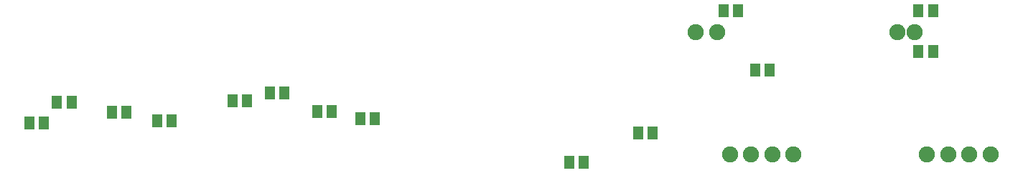
<source format=gbs>
G04 #@! TF.FileFunction,Soldermask,Bot*
%FSLAX46Y46*%
G04 Gerber Fmt 4.6, Leading zero omitted, Abs format (unit mm)*
G04 Created by KiCad (PCBNEW (2015-11-11 BZR 6310, Git 8f79b4f)-product) date 2016-01-24 11:52:22 AM*
%MOMM*%
G01*
G04 APERTURE LIST*
%ADD10C,0.100000*%
%ADD11R,1.212800X1.543000*%
%ADD12C,1.900000*%
G04 APERTURE END LIST*
D10*
D11*
X91350900Y-78000000D03*
X89649100Y-78000000D03*
X94949100Y-79000000D03*
X96650900Y-79000000D03*
X115550900Y-77900000D03*
X113849100Y-77900000D03*
X118949100Y-78700000D03*
X120650900Y-78700000D03*
X167201800Y-73000000D03*
X165500000Y-73000000D03*
X161749100Y-65900000D03*
X163450900Y-65900000D03*
X186450900Y-70800000D03*
X184749100Y-70800000D03*
X184749100Y-65900000D03*
X186450900Y-65900000D03*
X79899100Y-79250000D03*
X81600900Y-79250000D03*
X84850900Y-76750000D03*
X83149100Y-76750000D03*
X103849100Y-76600000D03*
X105550900Y-76600000D03*
X109950900Y-75700000D03*
X108249100Y-75700000D03*
X153350900Y-80400000D03*
X151649100Y-80400000D03*
X143549100Y-83900000D03*
X145250900Y-83900000D03*
D12*
X184250000Y-68500000D03*
X182250000Y-68500000D03*
X190750000Y-83000000D03*
X193250000Y-83000000D03*
X188250000Y-83000000D03*
X185750000Y-83000000D03*
X161000000Y-68500000D03*
X158500000Y-68500000D03*
X167500000Y-83000000D03*
X170000000Y-83000000D03*
X165000000Y-83000000D03*
X162500000Y-83000000D03*
M02*

</source>
